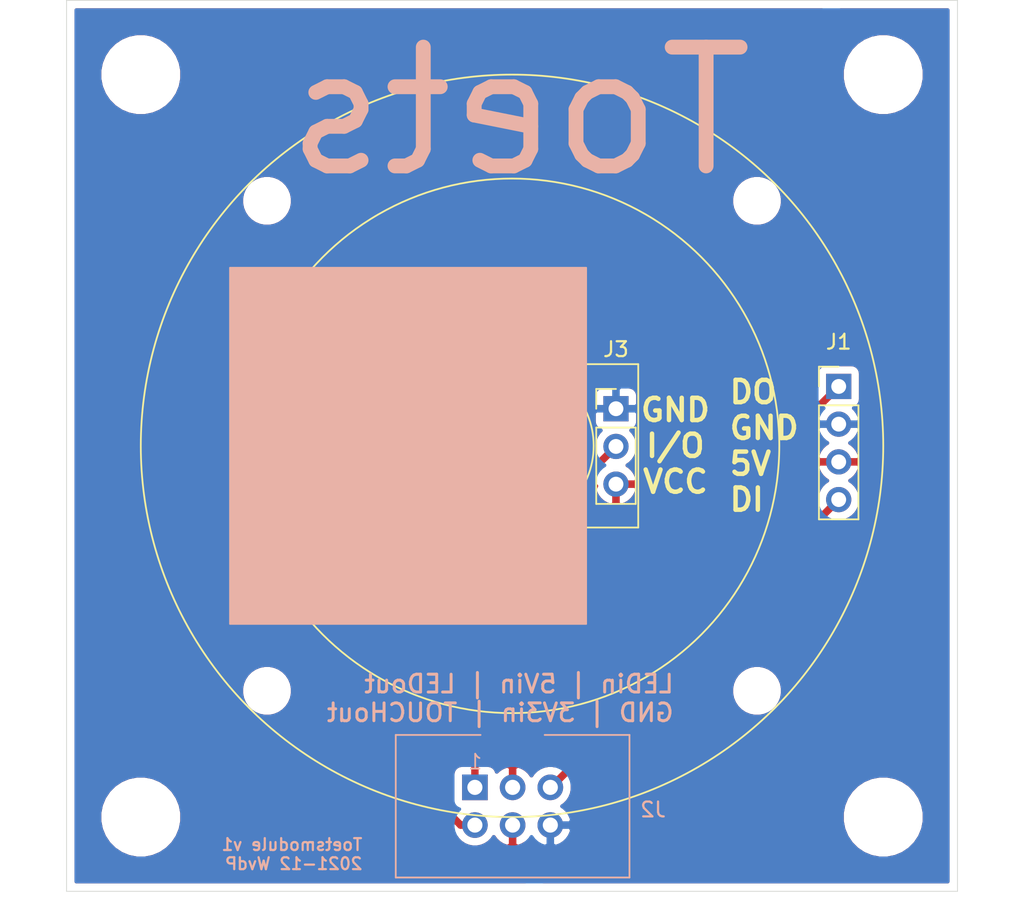
<source format=kicad_pcb>
(kicad_pcb (version 20171130) (host pcbnew "(5.1.10)-1")

  (general
    (thickness 1.6)
    (drawings 18)
    (tracks 8)
    (zones 0)
    (modules 11)
    (nets 7)
  )

  (page A4)
  (layers
    (0 F.Cu signal)
    (31 B.Cu signal)
    (32 B.Adhes user)
    (33 F.Adhes user)
    (34 B.Paste user)
    (35 F.Paste user)
    (36 B.SilkS user)
    (37 F.SilkS user)
    (38 B.Mask user)
    (39 F.Mask user)
    (40 Dwgs.User user)
    (41 Cmts.User user)
    (42 Eco1.User user)
    (43 Eco2.User user)
    (44 Edge.Cuts user)
    (45 Margin user)
    (46 B.CrtYd user)
    (47 F.CrtYd user)
    (48 B.Fab user)
    (49 F.Fab user)
  )

  (setup
    (last_trace_width 0.25)
    (user_trace_width 0.5)
    (user_trace_width 1)
    (user_trace_width 2)
    (trace_clearance 0.2)
    (zone_clearance 0.508)
    (zone_45_only yes)
    (trace_min 0.2)
    (via_size 0.8)
    (via_drill 0.4)
    (via_min_size 0.4)
    (via_min_drill 0.3)
    (uvia_size 0.3)
    (uvia_drill 0.1)
    (uvias_allowed no)
    (uvia_min_size 0.2)
    (uvia_min_drill 0.1)
    (edge_width 0.05)
    (segment_width 0.2)
    (pcb_text_width 0.3)
    (pcb_text_size 1.5 1.5)
    (mod_edge_width 0.12)
    (mod_text_size 1 1)
    (mod_text_width 0.15)
    (pad_size 1.524 1.524)
    (pad_drill 0.762)
    (pad_to_mask_clearance 0)
    (aux_axis_origin 0 0)
    (visible_elements 7FFFFFFF)
    (pcbplotparams
      (layerselection 0x010fc_ffffffff)
      (usegerberextensions true)
      (usegerberattributes false)
      (usegerberadvancedattributes false)
      (creategerberjobfile false)
      (excludeedgelayer true)
      (linewidth 0.100000)
      (plotframeref false)
      (viasonmask false)
      (mode 1)
      (useauxorigin false)
      (hpglpennumber 1)
      (hpglpenspeed 20)
      (hpglpendiameter 15.000000)
      (psnegative false)
      (psa4output false)
      (plotreference true)
      (plotvalue false)
      (plotinvisibletext false)
      (padsonsilk false)
      (subtractmaskfromsilk true)
      (outputformat 1)
      (mirror false)
      (drillshape 0)
      (scaleselection 1)
      (outputdirectory "toetsmodule_gerbers_v1"))
  )

  (net 0 "")
  (net 1 GND)
  (net 2 +5V)
  (net 3 /Touch_output)
  (net 4 /LED_in)
  (net 5 /LED_out)
  (net 6 +3V3)

  (net_class Default "This is the default net class."
    (clearance 0.2)
    (trace_width 0.25)
    (via_dia 0.8)
    (via_drill 0.4)
    (uvia_dia 0.3)
    (uvia_drill 0.1)
    (add_net +3V3)
    (add_net +5V)
    (add_net /LED_in)
    (add_net /LED_out)
    (add_net /Touch_output)
    (add_net GND)
  )

  (net_class Big ""
    (clearance 0.2)
    (trace_width 1)
    (via_dia 0.8)
    (via_drill 0.4)
    (uvia_dia 0.3)
    (uvia_drill 0.1)
  )

  (module Toetsmodule:IDC_Header_Straight_6pins (layer B.Cu) (tedit 61BF464A) (tstamp 61BF5F9C)
    (at 122.5 138)
    (descr "6 pins through hole IDC header")
    (tags "IDC header socket VASCH AVR ISP")
    (path /619DA070)
    (fp_text reference J2 (at 12 1.5) (layer B.SilkS)
      (effects (font (size 1 1) (thickness 0.15)) (justify mirror))
    )
    (fp_text value Conn_01x06_Male (at 3 -5) (layer B.Fab)
      (effects (font (size 1 1) (thickness 0.15)) (justify mirror))
    )
    (fp_line (start 10.41 -3.53) (end 4.699 -3.53) (layer B.SilkS) (width 0.12))
    (fp_line (start -5.08 5.82) (end 10.16 5.82) (layer B.Fab) (width 0.1))
    (fp_line (start -4.54 5.27) (end 9.6 5.27) (layer B.Fab) (width 0.1))
    (fp_line (start -5.08 -3.28) (end 10.16 -3.28) (layer B.Fab) (width 0.1))
    (fp_line (start -4.54 -2.73) (end 0.29 -2.73) (layer B.Fab) (width 0.1))
    (fp_line (start 4.79 -2.73) (end 9.6 -2.73) (layer B.Fab) (width 0.1))
    (fp_line (start 0.29 -2.73) (end 0.29 -3.28) (layer B.Fab) (width 0.1))
    (fp_line (start 4.79 -2.73) (end 4.79 -3.28) (layer B.Fab) (width 0.1))
    (fp_line (start -5.08 5.82) (end -5.08 -3.28) (layer B.Fab) (width 0.1))
    (fp_line (start -4.54 5.27) (end -4.54 -2.73) (layer B.Fab) (width 0.1))
    (fp_line (start 10.16 5.82) (end 10.16 -3.28) (layer B.Fab) (width 0.1))
    (fp_line (start 9.6 5.27) (end 9.6 -2.73) (layer B.Fab) (width 0.1))
    (fp_line (start -5.08 5.82) (end -4.54 5.27) (layer B.Fab) (width 0.1))
    (fp_line (start 10.16 5.82) (end 9.6 5.27) (layer B.Fab) (width 0.1))
    (fp_line (start -5.08 -3.28) (end -4.54 -2.73) (layer B.Fab) (width 0.1))
    (fp_line (start 10.16 -3.28) (end 9.6 -2.73) (layer B.Fab) (width 0.1))
    (fp_line (start -5.58 6.32) (end 10.66 6.32) (layer B.CrtYd) (width 0.05))
    (fp_line (start 10.66 6.32) (end 10.66 -3.78) (layer B.CrtYd) (width 0.05))
    (fp_line (start 10.66 -3.78) (end -5.58 -3.78) (layer B.CrtYd) (width 0.05))
    (fp_line (start -5.58 -3.78) (end -5.58 6.32) (layer B.CrtYd) (width 0.05))
    (fp_line (start -5.33 6.07) (end 10.41 6.07) (layer B.SilkS) (width 0.12))
    (fp_line (start 10.41 6.07) (end 10.41 -3.53) (layer B.SilkS) (width 0.12))
    (fp_line (start 0.381 -3.53) (end -5.33 -3.53) (layer B.SilkS) (width 0.12))
    (fp_line (start -5.33 -3.53) (end -5.33 6.07) (layer B.SilkS) (width 0.12))
    (fp_text user 1 (at 0.02 -1.72) (layer B.SilkS)
      (effects (font (size 1 1) (thickness 0.12)) (justify mirror))
    )
    (pad 1 thru_hole rect (at 0 0) (size 1.7272 1.7272) (drill 1.016) (layers *.Cu *.Mask)
      (net 5 /LED_out))
    (pad 2 thru_hole oval (at 0 2.54) (size 1.7272 1.7272) (drill 1.016) (layers *.Cu *.Mask)
      (net 3 /Touch_output))
    (pad 3 thru_hole oval (at 2.54 0) (size 1.7272 1.7272) (drill 1.016) (layers *.Cu *.Mask)
      (net 2 +5V))
    (pad 4 thru_hole oval (at 2.54 2.54) (size 1.7272 1.7272) (drill 1.016) (layers *.Cu *.Mask)
      (net 6 +3V3))
    (pad 5 thru_hole oval (at 5.08 0) (size 1.7272 1.7272) (drill 1.016) (layers *.Cu *.Mask)
      (net 4 /LED_in))
    (pad 6 thru_hole oval (at 5.08 2.54) (size 1.7272 1.7272) (drill 1.016) (layers *.Cu *.Mask)
      (net 1 GND))
    (model ${KISYS3DMOD}/Connector_IDC.3dshapes/IDC-Header_2x03_P2.54mm_Vertical.step
      (at (xyz 0 0 0))
      (scale (xyz 1 1 1))
      (rotate (xyz 0 0 -90))
    )
  )

  (module Mounting_Holes:MountingHole_2.2mm_M2 locked (layer F.Cu) (tedit 56D1B4CB) (tstamp 61BF52E8)
    (at 141.5 131.5)
    (descr "Mounting Hole 2.2mm, no annular, M2")
    (tags "mounting hole 2.2mm no annular m2")
    (fp_text reference REF** (at 0 -3.2) (layer F.SilkS) hide
      (effects (font (size 1 1) (thickness 0.15)))
    )
    (fp_text value MountingHole_2.2mm_M2 (at 0 3.2) (layer F.Fab)
      (effects (font (size 1 1) (thickness 0.15)))
    )
    (fp_circle (center 0 0) (end 2.45 0) (layer F.CrtYd) (width 0.05))
    (fp_circle (center 0 0) (end 2.2 0) (layer Cmts.User) (width 0.15))
    (pad 1 np_thru_hole circle (at 0 0) (size 2.2 2.2) (drill 2.2) (layers *.Cu *.Mask))
  )

  (module Mounting_Holes:MountingHole_2.2mm_M2 locked (layer F.Cu) (tedit 56D1B4CB) (tstamp 61BF52B2)
    (at 108.5 131.5)
    (descr "Mounting Hole 2.2mm, no annular, M2")
    (tags "mounting hole 2.2mm no annular m2")
    (fp_text reference REF** (at 0 -3.2) (layer F.SilkS) hide
      (effects (font (size 1 1) (thickness 0.15)))
    )
    (fp_text value MountingHole_2.2mm_M2 (at 0 3.2) (layer F.Fab)
      (effects (font (size 1 1) (thickness 0.15)))
    )
    (fp_circle (center 0 0) (end 2.45 0) (layer F.CrtYd) (width 0.05))
    (fp_circle (center 0 0) (end 2.2 0) (layer Cmts.User) (width 0.15))
    (pad 1 np_thru_hole circle (at 0 0) (size 2.2 2.2) (drill 2.2) (layers *.Cu *.Mask))
  )

  (module Mounting_Holes:MountingHole_2.2mm_M2 locked (layer F.Cu) (tedit 56D1B4CB) (tstamp 61BF52C4)
    (at 141.5 98.5)
    (descr "Mounting Hole 2.2mm, no annular, M2")
    (tags "mounting hole 2.2mm no annular m2")
    (fp_text reference REF** (at 0 -3.2) (layer F.SilkS) hide
      (effects (font (size 1 1) (thickness 0.15)))
    )
    (fp_text value MountingHole_2.2mm_M2 (at 0 3.2) (layer F.Fab)
      (effects (font (size 1 1) (thickness 0.15)))
    )
    (fp_circle (center 0 0) (end 2.45 0) (layer F.CrtYd) (width 0.05))
    (fp_circle (center 0 0) (end 2.2 0) (layer Cmts.User) (width 0.15))
    (pad 1 np_thru_hole circle (at 0 0) (size 2.2 2.2) (drill 2.2) (layers *.Cu *.Mask))
  )

  (module Mounting_Holes:MountingHole_2.2mm_M2 locked (layer F.Cu) (tedit 56D1B4CB) (tstamp 61BF52D6)
    (at 108.5 98.5)
    (descr "Mounting Hole 2.2mm, no annular, M2")
    (tags "mounting hole 2.2mm no annular m2")
    (fp_text reference REF** (at 0 -3.2) (layer F.SilkS) hide
      (effects (font (size 1 1) (thickness 0.15)))
    )
    (fp_text value MountingHole_2.2mm_M2 (at 0 3.2) (layer F.Fab)
      (effects (font (size 1 1) (thickness 0.15)))
    )
    (fp_circle (center 0 0) (end 2.45 0) (layer F.CrtYd) (width 0.05))
    (fp_circle (center 0 0) (end 2.2 0) (layer Cmts.User) (width 0.15))
    (pad 1 np_thru_hole circle (at 0 0) (size 2.2 2.2) (drill 2.2) (layers *.Cu *.Mask))
  )

  (module Pin_Headers:Pin_Header_Straight_1x04_Pitch2.54mm (layer F.Cu) (tedit 59650532) (tstamp 61BE6B31)
    (at 147 111)
    (descr "Through hole straight pin header, 1x04, 2.54mm pitch, single row")
    (tags "Through hole pin header THT 1x04 2.54mm single row")
    (path /61BE7B1D)
    (fp_text reference J1 (at 0 -3) (layer F.SilkS)
      (effects (font (size 1 1) (thickness 0.15)))
    )
    (fp_text value Conn_01x04_Male (at 0 9.95) (layer F.Fab)
      (effects (font (size 1 1) (thickness 0.15)))
    )
    (fp_line (start -0.635 -1.27) (end 1.27 -1.27) (layer F.Fab) (width 0.1))
    (fp_line (start 1.27 -1.27) (end 1.27 8.89) (layer F.Fab) (width 0.1))
    (fp_line (start 1.27 8.89) (end -1.27 8.89) (layer F.Fab) (width 0.1))
    (fp_line (start -1.27 8.89) (end -1.27 -0.635) (layer F.Fab) (width 0.1))
    (fp_line (start -1.27 -0.635) (end -0.635 -1.27) (layer F.Fab) (width 0.1))
    (fp_line (start -1.33 8.95) (end 1.33 8.95) (layer F.SilkS) (width 0.12))
    (fp_line (start -1.33 1.27) (end -1.33 8.95) (layer F.SilkS) (width 0.12))
    (fp_line (start 1.33 1.27) (end 1.33 8.95) (layer F.SilkS) (width 0.12))
    (fp_line (start -1.33 1.27) (end 1.33 1.27) (layer F.SilkS) (width 0.12))
    (fp_line (start -1.33 0) (end -1.33 -1.33) (layer F.SilkS) (width 0.12))
    (fp_line (start -1.33 -1.33) (end 0 -1.33) (layer F.SilkS) (width 0.12))
    (fp_line (start -1.8 -1.8) (end -1.8 9.4) (layer F.CrtYd) (width 0.05))
    (fp_line (start -1.8 9.4) (end 1.8 9.4) (layer F.CrtYd) (width 0.05))
    (fp_line (start 1.8 9.4) (end 1.8 -1.8) (layer F.CrtYd) (width 0.05))
    (fp_line (start 1.8 -1.8) (end -1.8 -1.8) (layer F.CrtYd) (width 0.05))
    (fp_text user %R (at 0 3.81 90) (layer F.Fab)
      (effects (font (size 1 1) (thickness 0.15)))
    )
    (pad 4 thru_hole oval (at 0 7.62) (size 1.7 1.7) (drill 1) (layers *.Cu *.Mask)
      (net 4 /LED_in))
    (pad 3 thru_hole oval (at 0 5.08) (size 1.7 1.7) (drill 1) (layers *.Cu *.Mask)
      (net 2 +5V))
    (pad 2 thru_hole oval (at 0 2.54) (size 1.7 1.7) (drill 1) (layers *.Cu *.Mask)
      (net 1 GND))
    (pad 1 thru_hole rect (at 0 0) (size 1.7 1.7) (drill 1) (layers *.Cu *.Mask)
      (net 5 /LED_out))
    (model ${KISYS3DMOD}/Pin_Headers.3dshapes/Pin_Header_Straight_1x04_Pitch2.54mm.wrl
      (at (xyz 0 0 0))
      (scale (xyz 1 1 1))
      (rotate (xyz 0 0 0))
    )
  )

  (module Mounting_Holes:MountingHole_4.3mm_M4 locked (layer F.Cu) (tedit 56D1B4CB) (tstamp 61B90868)
    (at 150 140)
    (descr "Mounting Hole 4.3mm, no annular, M4")
    (tags "mounting hole 4.3mm no annular m4")
    (fp_text reference REF** (at 0 -5.3) (layer F.SilkS) hide
      (effects (font (size 1 1) (thickness 0.15)))
    )
    (fp_text value MountingHole_4.3mm_M4 (at 0 5.3) (layer F.Fab)
      (effects (font (size 1 1) (thickness 0.15)))
    )
    (fp_circle (center 0 0) (end 4.55 0) (layer F.CrtYd) (width 0.05))
    (fp_circle (center 0 0) (end 4.3 0) (layer Cmts.User) (width 0.15))
    (pad 1 np_thru_hole circle (at 0 0) (size 4.3 4.3) (drill 4.3) (layers *.Cu *.Mask))
  )

  (module Mounting_Holes:MountingHole_4.3mm_M4 locked (layer F.Cu) (tedit 56D1B4CB) (tstamp 61B90868)
    (at 100 140)
    (descr "Mounting Hole 4.3mm, no annular, M4")
    (tags "mounting hole 4.3mm no annular m4")
    (fp_text reference REF** (at 0 -5.3) (layer F.SilkS) hide
      (effects (font (size 1 1) (thickness 0.15)))
    )
    (fp_text value MountingHole_4.3mm_M4 (at 0 5.3) (layer F.Fab)
      (effects (font (size 1 1) (thickness 0.15)))
    )
    (fp_circle (center 0 0) (end 4.55 0) (layer F.CrtYd) (width 0.05))
    (fp_circle (center 0 0) (end 4.3 0) (layer Cmts.User) (width 0.15))
    (pad 1 np_thru_hole circle (at 0 0) (size 4.3 4.3) (drill 4.3) (layers *.Cu *.Mask))
  )

  (module Mounting_Holes:MountingHole_4.3mm_M4 locked (layer F.Cu) (tedit 56D1B4CB) (tstamp 61B90868)
    (at 100 90)
    (descr "Mounting Hole 4.3mm, no annular, M4")
    (tags "mounting hole 4.3mm no annular m4")
    (fp_text reference REF** (at 0 -5.3) (layer F.SilkS) hide
      (effects (font (size 1 1) (thickness 0.15)))
    )
    (fp_text value MountingHole_4.3mm_M4 (at 0 5.3) (layer F.Fab)
      (effects (font (size 1 1) (thickness 0.15)))
    )
    (fp_circle (center 0 0) (end 4.55 0) (layer F.CrtYd) (width 0.05))
    (fp_circle (center 0 0) (end 4.3 0) (layer Cmts.User) (width 0.15))
    (pad 1 np_thru_hole circle (at 0 0) (size 4.3 4.3) (drill 4.3) (layers *.Cu *.Mask))
  )

  (module Mounting_Holes:MountingHole_4.3mm_M4 locked (layer F.Cu) (tedit 56D1B4CB) (tstamp 61B907EC)
    (at 150 90)
    (descr "Mounting Hole 4.3mm, no annular, M4")
    (tags "mounting hole 4.3mm no annular m4")
    (fp_text reference REF** (at 0 -5.3) (layer F.SilkS) hide
      (effects (font (size 1 1) (thickness 0.15)))
    )
    (fp_text value MountingHole_4.3mm_M4 (at 0 5.3) (layer F.Fab)
      (effects (font (size 1 1) (thickness 0.15)))
    )
    (fp_circle (center 0 0) (end 4.55 0) (layer F.CrtYd) (width 0.05))
    (fp_circle (center 0 0) (end 4.3 0) (layer Cmts.User) (width 0.15))
    (pad 1 np_thru_hole circle (at 0 0) (size 4.3 4.3) (drill 4.3) (layers *.Cu *.Mask))
  )

  (module Pin_Headers:Pin_Header_Straight_1x03_Pitch2.54mm (layer F.Cu) (tedit 59650532) (tstamp 619D4E5B)
    (at 132 112.5)
    (descr "Through hole straight pin header, 1x03, 2.54mm pitch, single row")
    (tags "Through hole pin header THT 1x03 2.54mm single row")
    (path /619D4ACE)
    (fp_text reference J3 (at 0 -4) (layer F.SilkS)
      (effects (font (size 1 1) (thickness 0.15)))
    )
    (fp_text value "Touch module" (at 0 7.41) (layer F.Fab)
      (effects (font (size 1 1) (thickness 0.15)))
    )
    (fp_line (start 1.8 -1.8) (end -1.8 -1.8) (layer F.CrtYd) (width 0.05))
    (fp_line (start 1.8 6.85) (end 1.8 -1.8) (layer F.CrtYd) (width 0.05))
    (fp_line (start -1.8 6.85) (end 1.8 6.85) (layer F.CrtYd) (width 0.05))
    (fp_line (start -1.8 -1.8) (end -1.8 6.85) (layer F.CrtYd) (width 0.05))
    (fp_line (start -1.33 -1.33) (end 0 -1.33) (layer F.SilkS) (width 0.12))
    (fp_line (start -1.33 0) (end -1.33 -1.33) (layer F.SilkS) (width 0.12))
    (fp_line (start -1.33 1.27) (end 1.33 1.27) (layer F.SilkS) (width 0.12))
    (fp_line (start 1.33 1.27) (end 1.33 6.41) (layer F.SilkS) (width 0.12))
    (fp_line (start -1.33 1.27) (end -1.33 6.41) (layer F.SilkS) (width 0.12))
    (fp_line (start -1.33 6.41) (end 1.33 6.41) (layer F.SilkS) (width 0.12))
    (fp_line (start -1.27 -0.635) (end -0.635 -1.27) (layer F.Fab) (width 0.1))
    (fp_line (start -1.27 6.35) (end -1.27 -0.635) (layer F.Fab) (width 0.1))
    (fp_line (start 1.27 6.35) (end -1.27 6.35) (layer F.Fab) (width 0.1))
    (fp_line (start 1.27 -1.27) (end 1.27 6.35) (layer F.Fab) (width 0.1))
    (fp_line (start -0.635 -1.27) (end 1.27 -1.27) (layer F.Fab) (width 0.1))
    (fp_text user %R (at 0 2.54 90) (layer F.Fab)
      (effects (font (size 1 1) (thickness 0.15)))
    )
    (pad 3 thru_hole oval (at 0 5.08) (size 1.7 1.7) (drill 1) (layers *.Cu *.Mask)
      (net 6 +3V3))
    (pad 2 thru_hole oval (at 0 2.54) (size 1.7 1.7) (drill 1) (layers *.Cu *.Mask)
      (net 3 /Touch_output))
    (pad 1 thru_hole rect (at 0 0) (size 1.7 1.7) (drill 1) (layers *.Cu *.Mask)
      (net 1 GND))
    (model ${KISYS3DMOD}/Pin_Headers.3dshapes/Pin_Header_Straight_1x03_Pitch2.54mm.wrl
      (at (xyz 0 0 0))
      (scale (xyz 1 1 1))
      (rotate (xyz 0 0 0))
    )
  )

  (gr_text Toets (at 125.5 92.5) (layer B.SilkS) (tstamp 61B8EEAE)
    (effects (font (size 8 8) (thickness 1)) (justify mirror))
  )
  (gr_circle (center 125 115) (end 125 90) (layer F.SilkS) (width 0.12))
  (gr_text "Toetsmodule v1\n2021-12 WvdP" (at 115 142.5) (layer B.SilkS)
    (effects (font (size 0.8 0.8) (thickness 0.15)) (justify left mirror))
  )
  (gr_poly (pts (xy 130 127) (xy 106 127) (xy 106 103) (xy 130 103)) (layer B.SilkS) (width 0.1))
  (gr_text "DO\nGND\n5V\nDI" (at 139.5 115) (layer F.SilkS) (tstamp 61A53877)
    (effects (font (size 1.5 1.5) (thickness 0.3)) (justify left))
  )
  (gr_text "LEDin | 5Vin | LEDout\nGND | 3V3in | TOUCHout" (at 136 132) (layer B.SilkS)
    (effects (font (size 1.2 1.2) (thickness 0.2)) (justify left mirror))
  )
  (gr_text "GND\nI/O\nVCC" (at 136 115) (layer F.SilkS)
    (effects (font (size 1.5 1.5) (thickness 0.3)))
  )
  (gr_text TOUCH (at 125 115 270) (layer F.SilkS)
    (effects (font (size 1.5 1.5) (thickness 0.3)))
  )
  (gr_circle (center 125 115) (end 125 97) (layer F.SilkS) (width 0.12))
  (gr_circle (center 125 115) (end 125 109.5) (layer F.SilkS) (width 0.12) (tstamp 619D53DA))
  (gr_line (start 133.5 120.5) (end 119.5 120.5) (layer F.SilkS) (width 0.12) (tstamp 619D53D7))
  (gr_line (start 133.5 109.5) (end 133.5 120.5) (layer F.SilkS) (width 0.12) (tstamp 619D53DD))
  (gr_line (start 119.5 109.5) (end 133.5 109.5) (layer F.SilkS) (width 0.12) (tstamp 619D53D1))
  (gr_line (start 119.5 120.5) (end 119.5 109.5) (layer F.SilkS) (width 0.12) (tstamp 619D53CE))
  (gr_line (start 95 145) (end 95 85) (layer Edge.Cuts) (width 0.05) (tstamp 619D4D77))
  (gr_line (start 155 145) (end 95 145) (layer Edge.Cuts) (width 0.05))
  (gr_line (start 155 85) (end 155 145) (layer Edge.Cuts) (width 0.05))
  (gr_line (start 95 85) (end 155 85) (layer Edge.Cuts) (width 0.05))

  (segment (start 132 115.04) (end 120 127.04) (width 0.5) (layer F.Cu) (net 3))
  (segment (start 120 127.04) (end 120 139) (width 0.5) (layer F.Cu) (net 3))
  (segment (start 121.54 140.54) (end 122.5 140.54) (width 0.5) (layer F.Cu) (net 3))
  (segment (start 120 139) (end 121.54 140.54) (width 0.5) (layer F.Cu) (net 3))
  (segment (start 127.62 138) (end 127.58 138) (width 0.5) (layer F.Cu) (net 4))
  (segment (start 147 118.62) (end 127.62 138) (width 0.5) (layer F.Cu) (net 4))
  (segment (start 122.5 135.5) (end 122.5 138) (width 0.5) (layer F.Cu) (net 5))
  (segment (start 147 111) (end 122.5 135.5) (width 0.5) (layer F.Cu) (net 5))

  (zone (net 1) (net_name GND) (layer B.Cu) (tstamp 61BF79E0) (hatch edge 0.508)
    (connect_pads (clearance 0.508))
    (min_thickness 0.254)
    (fill yes (arc_segments 32) (thermal_gap 0.508) (thermal_bridge_width 0.508))
    (polygon
      (pts
        (xy 155 145) (xy 95 145) (xy 95 85) (xy 155 85)
      )
    )
    (filled_polygon
      (pts
        (xy 154.340001 144.34) (xy 95.66 144.34) (xy 95.66 139.725701) (xy 97.215 139.725701) (xy 97.215 140.274299)
        (xy 97.322026 140.812354) (xy 97.531965 141.319192) (xy 97.83675 141.775334) (xy 98.224666 142.16325) (xy 98.680808 142.468035)
        (xy 99.187646 142.677974) (xy 99.725701 142.785) (xy 100.274299 142.785) (xy 100.812354 142.677974) (xy 101.319192 142.468035)
        (xy 101.775334 142.16325) (xy 102.16325 141.775334) (xy 102.468035 141.319192) (xy 102.677974 140.812354) (xy 102.785 140.274299)
        (xy 102.785 139.725701) (xy 102.677974 139.187646) (xy 102.468035 138.680808) (xy 102.16325 138.224666) (xy 101.775334 137.83675)
        (xy 101.319192 137.531965) (xy 100.812354 137.322026) (xy 100.274299 137.215) (xy 99.725701 137.215) (xy 99.187646 137.322026)
        (xy 98.680808 137.531965) (xy 98.224666 137.83675) (xy 97.83675 138.224666) (xy 97.531965 138.680808) (xy 97.322026 139.187646)
        (xy 97.215 139.725701) (xy 95.66 139.725701) (xy 95.66 137.1364) (xy 120.998328 137.1364) (xy 120.998328 138.8636)
        (xy 121.010588 138.988082) (xy 121.046898 139.10778) (xy 121.105863 139.218094) (xy 121.185215 139.314785) (xy 121.281906 139.394137)
        (xy 121.39222 139.453102) (xy 121.450023 139.470636) (xy 121.335961 139.584698) (xy 121.171958 139.830147) (xy 121.05899 140.102875)
        (xy 121.0014 140.392401) (xy 121.0014 140.687599) (xy 121.05899 140.977125) (xy 121.171958 141.249853) (xy 121.335961 141.495302)
        (xy 121.544698 141.704039) (xy 121.790147 141.868042) (xy 122.062875 141.98101) (xy 122.352401 142.0386) (xy 122.647599 142.0386)
        (xy 122.937125 141.98101) (xy 123.209853 141.868042) (xy 123.455302 141.704039) (xy 123.664039 141.495302) (xy 123.77 141.336719)
        (xy 123.875961 141.495302) (xy 124.084698 141.704039) (xy 124.330147 141.868042) (xy 124.602875 141.98101) (xy 124.892401 142.0386)
        (xy 125.187599 142.0386) (xy 125.477125 141.98101) (xy 125.749853 141.868042) (xy 125.995302 141.704039) (xy 126.204039 141.495302)
        (xy 126.311692 141.334187) (xy 126.473146 141.550293) (xy 126.691512 141.746817) (xy 126.944022 141.896964) (xy 127.220973 141.994963)
        (xy 127.453 141.874464) (xy 127.453 140.667) (xy 127.707 140.667) (xy 127.707 141.874464) (xy 127.939027 141.994963)
        (xy 128.215978 141.896964) (xy 128.468488 141.746817) (xy 128.686854 141.550293) (xy 128.862684 141.314944) (xy 128.989222 141.049814)
        (xy 129.034958 140.899026) (xy 128.913817 140.667) (xy 127.707 140.667) (xy 127.453 140.667) (xy 127.433 140.667)
        (xy 127.433 140.413) (xy 127.453 140.413) (xy 127.453 140.393) (xy 127.707 140.393) (xy 127.707 140.413)
        (xy 128.913817 140.413) (xy 129.034958 140.180974) (xy 128.989222 140.030186) (xy 128.862684 139.765056) (xy 128.833282 139.725701)
        (xy 147.215 139.725701) (xy 147.215 140.274299) (xy 147.322026 140.812354) (xy 147.531965 141.319192) (xy 147.83675 141.775334)
        (xy 148.224666 142.16325) (xy 148.680808 142.468035) (xy 149.187646 142.677974) (xy 149.725701 142.785) (xy 150.274299 142.785)
        (xy 150.812354 142.677974) (xy 151.319192 142.468035) (xy 151.775334 142.16325) (xy 152.16325 141.775334) (xy 152.468035 141.319192)
        (xy 152.677974 140.812354) (xy 152.785 140.274299) (xy 152.785 139.725701) (xy 152.677974 139.187646) (xy 152.468035 138.680808)
        (xy 152.16325 138.224666) (xy 151.775334 137.83675) (xy 151.319192 137.531965) (xy 150.812354 137.322026) (xy 150.274299 137.215)
        (xy 149.725701 137.215) (xy 149.187646 137.322026) (xy 148.680808 137.531965) (xy 148.224666 137.83675) (xy 147.83675 138.224666)
        (xy 147.531965 138.680808) (xy 147.322026 139.187646) (xy 147.215 139.725701) (xy 128.833282 139.725701) (xy 128.686854 139.529707)
        (xy 128.468488 139.333183) (xy 128.369897 139.274559) (xy 128.535302 139.164039) (xy 128.744039 138.955302) (xy 128.908042 138.709853)
        (xy 129.02101 138.437125) (xy 129.0786 138.147599) (xy 129.0786 137.852401) (xy 129.02101 137.562875) (xy 128.908042 137.290147)
        (xy 128.744039 137.044698) (xy 128.535302 136.835961) (xy 128.289853 136.671958) (xy 128.017125 136.55899) (xy 127.727599 136.5014)
        (xy 127.432401 136.5014) (xy 127.142875 136.55899) (xy 126.870147 136.671958) (xy 126.624698 136.835961) (xy 126.415961 137.044698)
        (xy 126.31 137.203281) (xy 126.204039 137.044698) (xy 125.995302 136.835961) (xy 125.749853 136.671958) (xy 125.477125 136.55899)
        (xy 125.187599 136.5014) (xy 124.892401 136.5014) (xy 124.602875 136.55899) (xy 124.330147 136.671958) (xy 124.084698 136.835961)
        (xy 123.970636 136.950023) (xy 123.953102 136.89222) (xy 123.894137 136.781906) (xy 123.814785 136.685215) (xy 123.718094 136.605863)
        (xy 123.60778 136.546898) (xy 123.488082 136.510588) (xy 123.3636 136.498328) (xy 121.6364 136.498328) (xy 121.511918 136.510588)
        (xy 121.39222 136.546898) (xy 121.281906 136.605863) (xy 121.185215 136.685215) (xy 121.105863 136.781906) (xy 121.046898 136.89222)
        (xy 121.010588 137.011918) (xy 120.998328 137.1364) (xy 95.66 137.1364) (xy 95.66 131.329117) (xy 106.765 131.329117)
        (xy 106.765 131.670883) (xy 106.831675 132.006081) (xy 106.962463 132.321831) (xy 107.152337 132.605998) (xy 107.394002 132.847663)
        (xy 107.678169 133.037537) (xy 107.993919 133.168325) (xy 108.329117 133.235) (xy 108.670883 133.235) (xy 109.006081 133.168325)
        (xy 109.321831 133.037537) (xy 109.605998 132.847663) (xy 109.847663 132.605998) (xy 110.037537 132.321831) (xy 110.168325 132.006081)
        (xy 110.235 131.670883) (xy 110.235 131.329117) (xy 139.765 131.329117) (xy 139.765 131.670883) (xy 139.831675 132.006081)
        (xy 139.962463 132.321831) (xy 140.152337 132.605998) (xy 140.394002 132.847663) (xy 140.678169 133.037537) (xy 140.993919 133.168325)
        (xy 141.329117 133.235) (xy 141.670883 133.235) (xy 142.006081 133.168325) (xy 142.321831 133.037537) (xy 142.605998 132.847663)
        (xy 142.847663 132.605998) (xy 143.037537 132.321831) (xy 143.168325 132.006081) (xy 143.235 131.670883) (xy 143.235 131.329117)
        (xy 143.168325 130.993919) (xy 143.037537 130.678169) (xy 142.847663 130.394002) (xy 142.605998 130.152337) (xy 142.321831 129.962463)
        (xy 142.006081 129.831675) (xy 141.670883 129.765) (xy 141.329117 129.765) (xy 140.993919 129.831675) (xy 140.678169 129.962463)
        (xy 140.394002 130.152337) (xy 140.152337 130.394002) (xy 139.962463 130.678169) (xy 139.831675 130.993919) (xy 139.765 131.329117)
        (xy 110.235 131.329117) (xy 110.168325 130.993919) (xy 110.037537 130.678169) (xy 109.847663 130.394002) (xy 109.605998 130.152337)
        (xy 109.321831 129.962463) (xy 109.006081 129.831675) (xy 108.670883 129.765) (xy 108.329117 129.765) (xy 107.993919 129.831675)
        (xy 107.678169 129.962463) (xy 107.394002 130.152337) (xy 107.152337 130.394002) (xy 106.962463 130.678169) (xy 106.831675 130.993919)
        (xy 106.765 131.329117) (xy 95.66 131.329117) (xy 95.66 113.35) (xy 130.511928 113.35) (xy 130.524188 113.474482)
        (xy 130.560498 113.59418) (xy 130.619463 113.704494) (xy 130.698815 113.801185) (xy 130.795506 113.880537) (xy 130.90582 113.939502)
        (xy 130.97838 113.961513) (xy 130.846525 114.093368) (xy 130.68401 114.336589) (xy 130.572068 114.606842) (xy 130.515 114.89374)
        (xy 130.515 115.18626) (xy 130.572068 115.473158) (xy 130.68401 115.743411) (xy 130.846525 115.986632) (xy 131.053368 116.193475)
        (xy 131.22776 116.31) (xy 131.053368 116.426525) (xy 130.846525 116.633368) (xy 130.68401 116.876589) (xy 130.572068 117.146842)
        (xy 130.515 117.43374) (xy 130.515 117.72626) (xy 130.572068 118.013158) (xy 130.68401 118.283411) (xy 130.846525 118.526632)
        (xy 131.053368 118.733475) (xy 131.296589 118.89599) (xy 131.566842 119.007932) (xy 131.85374 119.065) (xy 132.14626 119.065)
        (xy 132.433158 119.007932) (xy 132.703411 118.89599) (xy 132.946632 118.733475) (xy 133.153475 118.526632) (xy 133.31599 118.283411)
        (xy 133.427932 118.013158) (xy 133.485 117.72626) (xy 133.485 117.43374) (xy 133.427932 117.146842) (xy 133.31599 116.876589)
        (xy 133.153475 116.633368) (xy 132.946632 116.426525) (xy 132.77224 116.31) (xy 132.946632 116.193475) (xy 133.153475 115.986632)
        (xy 133.188816 115.93374) (xy 145.515 115.93374) (xy 145.515 116.22626) (xy 145.572068 116.513158) (xy 145.68401 116.783411)
        (xy 145.846525 117.026632) (xy 146.053368 117.233475) (xy 146.22776 117.35) (xy 146.053368 117.466525) (xy 145.846525 117.673368)
        (xy 145.68401 117.916589) (xy 145.572068 118.186842) (xy 145.515 118.47374) (xy 145.515 118.76626) (xy 145.572068 119.053158)
        (xy 145.68401 119.323411) (xy 145.846525 119.566632) (xy 146.053368 119.773475) (xy 146.296589 119.93599) (xy 146.566842 120.047932)
        (xy 146.85374 120.105) (xy 147.14626 120.105) (xy 147.433158 120.047932) (xy 147.703411 119.93599) (xy 147.946632 119.773475)
        (xy 148.153475 119.566632) (xy 148.31599 119.323411) (xy 148.427932 119.053158) (xy 148.485 118.76626) (xy 148.485 118.47374)
        (xy 148.427932 118.186842) (xy 148.31599 117.916589) (xy 148.153475 117.673368) (xy 147.946632 117.466525) (xy 147.77224 117.35)
        (xy 147.946632 117.233475) (xy 148.153475 117.026632) (xy 148.31599 116.783411) (xy 148.427932 116.513158) (xy 148.485 116.22626)
        (xy 148.485 115.93374) (xy 148.427932 115.646842) (xy 148.31599 115.376589) (xy 148.153475 115.133368) (xy 147.946632 114.926525)
        (xy 147.764466 114.804805) (xy 147.881355 114.735178) (xy 148.097588 114.540269) (xy 148.271641 114.30692) (xy 148.396825 114.044099)
        (xy 148.441476 113.89689) (xy 148.320155 113.667) (xy 147.127 113.667) (xy 147.127 113.687) (xy 146.873 113.687)
        (xy 146.873 113.667) (xy 145.679845 113.667) (xy 145.558524 113.89689) (xy 145.603175 114.044099) (xy 145.728359 114.30692)
        (xy 145.902412 114.540269) (xy 146.118645 114.735178) (xy 146.235534 114.804805) (xy 146.053368 114.926525) (xy 145.846525 115.133368)
        (xy 145.68401 115.376589) (xy 145.572068 115.646842) (xy 145.515 115.93374) (xy 133.188816 115.93374) (xy 133.31599 115.743411)
        (xy 133.427932 115.473158) (xy 133.485 115.18626) (xy 133.485 114.89374) (xy 133.427932 114.606842) (xy 133.31599 114.336589)
        (xy 133.153475 114.093368) (xy 133.02162 113.961513) (xy 133.09418 113.939502) (xy 133.204494 113.880537) (xy 133.301185 113.801185)
        (xy 133.380537 113.704494) (xy 133.439502 113.59418) (xy 133.475812 113.474482) (xy 133.488072 113.35) (xy 133.485 112.78575)
        (xy 133.32625 112.627) (xy 132.127 112.627) (xy 132.127 112.647) (xy 131.873 112.647) (xy 131.873 112.627)
        (xy 130.67375 112.627) (xy 130.515 112.78575) (xy 130.511928 113.35) (xy 95.66 113.35) (xy 95.66 111.65)
        (xy 130.511928 111.65) (xy 130.515 112.21425) (xy 130.67375 112.373) (xy 131.873 112.373) (xy 131.873 111.17375)
        (xy 132.127 111.17375) (xy 132.127 112.373) (xy 133.32625 112.373) (xy 133.485 112.21425) (xy 133.488072 111.65)
        (xy 133.475812 111.525518) (xy 133.439502 111.40582) (xy 133.380537 111.295506) (xy 133.301185 111.198815) (xy 133.204494 111.119463)
        (xy 133.09418 111.060498) (xy 132.974482 111.024188) (xy 132.85 111.011928) (xy 132.28575 111.015) (xy 132.127 111.17375)
        (xy 131.873 111.17375) (xy 131.71425 111.015) (xy 131.15 111.011928) (xy 131.025518 111.024188) (xy 130.90582 111.060498)
        (xy 130.795506 111.119463) (xy 130.698815 111.198815) (xy 130.619463 111.295506) (xy 130.560498 111.40582) (xy 130.524188 111.525518)
        (xy 130.511928 111.65) (xy 95.66 111.65) (xy 95.66 110.15) (xy 145.511928 110.15) (xy 145.511928 111.85)
        (xy 145.524188 111.974482) (xy 145.560498 112.09418) (xy 145.619463 112.204494) (xy 145.698815 112.301185) (xy 145.795506 112.380537)
        (xy 145.90582 112.439502) (xy 145.986466 112.463966) (xy 145.902412 112.539731) (xy 145.728359 112.77308) (xy 145.603175 113.035901)
        (xy 145.558524 113.18311) (xy 145.679845 113.413) (xy 146.873 113.413) (xy 146.873 113.393) (xy 147.127 113.393)
        (xy 147.127 113.413) (xy 148.320155 113.413) (xy 148.441476 113.18311) (xy 148.396825 113.035901) (xy 148.271641 112.77308)
        (xy 148.097588 112.539731) (xy 148.013534 112.463966) (xy 148.09418 112.439502) (xy 148.204494 112.380537) (xy 148.301185 112.301185)
        (xy 148.380537 112.204494) (xy 148.439502 112.09418) (xy 148.475812 111.974482) (xy 148.488072 111.85) (xy 148.488072 110.15)
        (xy 148.475812 110.025518) (xy 148.439502 109.90582) (xy 148.380537 109.795506) (xy 148.301185 109.698815) (xy 148.204494 109.619463)
        (xy 148.09418 109.560498) (xy 147.974482 109.524188) (xy 147.85 109.511928) (xy 146.15 109.511928) (xy 146.025518 109.524188)
        (xy 145.90582 109.560498) (xy 145.795506 109.619463) (xy 145.698815 109.698815) (xy 145.619463 109.795506) (xy 145.560498 109.90582)
        (xy 145.524188 110.025518) (xy 145.511928 110.15) (xy 95.66 110.15) (xy 95.66 98.329117) (xy 106.765 98.329117)
        (xy 106.765 98.670883) (xy 106.831675 99.006081) (xy 106.962463 99.321831) (xy 107.152337 99.605998) (xy 107.394002 99.847663)
        (xy 107.678169 100.037537) (xy 107.993919 100.168325) (xy 108.329117 100.235) (xy 108.670883 100.235) (xy 109.006081 100.168325)
        (xy 109.321831 100.037537) (xy 109.605998 99.847663) (xy 109.847663 99.605998) (xy 110.037537 99.321831) (xy 110.168325 99.006081)
        (xy 110.235 98.670883) (xy 110.235 98.329117) (xy 139.765 98.329117) (xy 139.765 98.670883) (xy 139.831675 99.006081)
        (xy 139.962463 99.321831) (xy 140.152337 99.605998) (xy 140.394002 99.847663) (xy 140.678169 100.037537) (xy 140.993919 100.168325)
        (xy 141.329117 100.235) (xy 141.670883 100.235) (xy 142.006081 100.168325) (xy 142.321831 100.037537) (xy 142.605998 99.847663)
        (xy 142.847663 99.605998) (xy 143.037537 99.321831) (xy 143.168325 99.006081) (xy 143.235 98.670883) (xy 143.235 98.329117)
        (xy 143.168325 97.993919) (xy 143.037537 97.678169) (xy 142.847663 97.394002) (xy 142.605998 97.152337) (xy 142.321831 96.962463)
        (xy 142.006081 96.831675) (xy 141.670883 96.765) (xy 141.329117 96.765) (xy 140.993919 96.831675) (xy 140.678169 96.962463)
        (xy 140.394002 97.152337) (xy 140.152337 97.394002) (xy 139.962463 97.678169) (xy 139.831675 97.993919) (xy 139.765 98.329117)
        (xy 110.235 98.329117) (xy 110.168325 97.993919) (xy 110.037537 97.678169) (xy 109.847663 97.394002) (xy 109.605998 97.152337)
        (xy 109.321831 96.962463) (xy 109.006081 96.831675) (xy 108.670883 96.765) (xy 108.329117 96.765) (xy 107.993919 96.831675)
        (xy 107.678169 96.962463) (xy 107.394002 97.152337) (xy 107.152337 97.394002) (xy 106.962463 97.678169) (xy 106.831675 97.993919)
        (xy 106.765 98.329117) (xy 95.66 98.329117) (xy 95.66 89.725701) (xy 97.215 89.725701) (xy 97.215 90.274299)
        (xy 97.322026 90.812354) (xy 97.531965 91.319192) (xy 97.83675 91.775334) (xy 98.224666 92.16325) (xy 98.680808 92.468035)
        (xy 99.187646 92.677974) (xy 99.725701 92.785) (xy 100.274299 92.785) (xy 100.812354 92.677974) (xy 101.319192 92.468035)
        (xy 101.775334 92.16325) (xy 102.16325 91.775334) (xy 102.468035 91.319192) (xy 102.677974 90.812354) (xy 102.785 90.274299)
        (xy 102.785 89.725701) (xy 147.215 89.725701) (xy 147.215 90.274299) (xy 147.322026 90.812354) (xy 147.531965 91.319192)
        (xy 147.83675 91.775334) (xy 148.224666 92.16325) (xy 148.680808 92.468035) (xy 149.187646 92.677974) (xy 149.725701 92.785)
        (xy 150.274299 92.785) (xy 150.812354 92.677974) (xy 151.319192 92.468035) (xy 151.775334 92.16325) (xy 152.16325 91.775334)
        (xy 152.468035 91.319192) (xy 152.677974 90.812354) (xy 152.785 90.274299) (xy 152.785 89.725701) (xy 152.677974 89.187646)
        (xy 152.468035 88.680808) (xy 152.16325 88.224666) (xy 151.775334 87.83675) (xy 151.319192 87.531965) (xy 150.812354 87.322026)
        (xy 150.274299 87.215) (xy 149.725701 87.215) (xy 149.187646 87.322026) (xy 148.680808 87.531965) (xy 148.224666 87.83675)
        (xy 147.83675 88.224666) (xy 147.531965 88.680808) (xy 147.322026 89.187646) (xy 147.215 89.725701) (xy 102.785 89.725701)
        (xy 102.677974 89.187646) (xy 102.468035 88.680808) (xy 102.16325 88.224666) (xy 101.775334 87.83675) (xy 101.319192 87.531965)
        (xy 100.812354 87.322026) (xy 100.274299 87.215) (xy 99.725701 87.215) (xy 99.187646 87.322026) (xy 98.680808 87.531965)
        (xy 98.224666 87.83675) (xy 97.83675 88.224666) (xy 97.531965 88.680808) (xy 97.322026 89.187646) (xy 97.215 89.725701)
        (xy 95.66 89.725701) (xy 95.66 85.66) (xy 154.34 85.66)
      )
    )
  )
  (zone (net 6) (net_name +3V3) (layer F.Cu) (tstamp 61BF79DD) (hatch edge 0.508)
    (connect_pads (clearance 0.508))
    (min_thickness 0.254)
    (fill yes (arc_segments 32) (thermal_gap 0.508) (thermal_bridge_width 0.508))
    (polygon
      (pts
        (xy 146 111) (xy 122 135) (xy 122 140) (xy 126 140) (xy 126 145)
        (xy 95 145) (xy 95 85) (xy 146 85)
      )
    )
    (filled_polygon
      (pts
        (xy 145.873 109.578041) (xy 145.795506 109.619463) (xy 145.698815 109.698815) (xy 145.619463 109.795506) (xy 145.560498 109.90582)
        (xy 145.524188 110.025518) (xy 145.511928 110.15) (xy 145.511928 111.236493) (xy 121.904956 134.843466) (xy 121.871183 134.871183)
        (xy 121.760589 135.005942) (xy 121.678411 135.159688) (xy 121.627805 135.326511) (xy 121.615 135.456524) (xy 121.615 135.456531)
        (xy 121.610719 135.5) (xy 121.615 135.543469) (xy 121.615 136.500436) (xy 121.511918 136.510588) (xy 121.39222 136.546898)
        (xy 121.281906 136.605863) (xy 121.185215 136.685215) (xy 121.105863 136.781906) (xy 121.046898 136.89222) (xy 121.010588 137.011918)
        (xy 120.998328 137.1364) (xy 120.998328 138.74675) (xy 120.885 138.633422) (xy 120.885 127.406578) (xy 130.584577 117.707002)
        (xy 130.679844 117.707002) (xy 130.558524 117.93689) (xy 130.603175 118.084099) (xy 130.728359 118.34692) (xy 130.902412 118.580269)
        (xy 131.118645 118.775178) (xy 131.368748 118.924157) (xy 131.643109 119.021481) (xy 131.873 118.900814) (xy 131.873 117.707)
        (xy 132.127 117.707) (xy 132.127 118.900814) (xy 132.356891 119.021481) (xy 132.631252 118.924157) (xy 132.881355 118.775178)
        (xy 133.097588 118.580269) (xy 133.271641 118.34692) (xy 133.396825 118.084099) (xy 133.441476 117.93689) (xy 133.320155 117.707)
        (xy 132.127 117.707) (xy 131.873 117.707) (xy 131.853 117.707) (xy 131.853 117.453) (xy 131.873 117.453)
        (xy 131.873 117.433) (xy 132.127 117.433) (xy 132.127 117.453) (xy 133.320155 117.453) (xy 133.441476 117.22311)
        (xy 133.396825 117.075901) (xy 133.271641 116.81308) (xy 133.097588 116.579731) (xy 132.881355 116.384822) (xy 132.764466 116.315195)
        (xy 132.946632 116.193475) (xy 133.153475 115.986632) (xy 133.31599 115.743411) (xy 133.427932 115.473158) (xy 133.485 115.18626)
        (xy 133.485 114.89374) (xy 133.427932 114.606842) (xy 133.31599 114.336589) (xy 133.153475 114.093368) (xy 133.02162 113.961513)
        (xy 133.09418 113.939502) (xy 133.204494 113.880537) (xy 133.301185 113.801185) (xy 133.380537 113.704494) (xy 133.439502 113.59418)
        (xy 133.475812 113.474482) (xy 133.488072 113.35) (xy 133.488072 111.65) (xy 133.475812 111.525518) (xy 133.439502 111.40582)
        (xy 133.380537 111.295506) (xy 133.301185 111.198815) (xy 133.204494 111.119463) (xy 133.09418 111.060498) (xy 132.974482 111.024188)
        (xy 132.85 111.011928) (xy 131.15 111.011928) (xy 131.025518 111.024188) (xy 130.90582 111.060498) (xy 130.795506 111.119463)
        (xy 130.698815 111.198815) (xy 130.619463 111.295506) (xy 130.560498 111.40582) (xy 130.524188 111.525518) (xy 130.511928 111.65)
        (xy 130.511928 113.35) (xy 130.524188 113.474482) (xy 130.560498 113.59418) (xy 130.619463 113.704494) (xy 130.698815 113.801185)
        (xy 130.795506 113.880537) (xy 130.90582 113.939502) (xy 130.97838 113.961513) (xy 130.846525 114.093368) (xy 130.68401 114.336589)
        (xy 130.572068 114.606842) (xy 130.515 114.89374) (xy 130.515 115.18626) (xy 130.529461 115.25896) (xy 119.404956 126.383466)
        (xy 119.371183 126.411183) (xy 119.260589 126.545942) (xy 119.178411 126.699688) (xy 119.127805 126.866511) (xy 119.115 126.996524)
        (xy 119.115 126.996531) (xy 119.110719 127.04) (xy 119.115 127.083469) (xy 119.115001 138.956521) (xy 119.110719 139)
        (xy 119.127805 139.17349) (xy 119.178412 139.340313) (xy 119.26059 139.494059) (xy 119.343468 139.595046) (xy 119.343471 139.595049)
        (xy 119.371184 139.628817) (xy 119.404951 139.656529) (xy 120.88347 141.135049) (xy 120.911183 141.168817) (xy 120.944951 141.19653)
        (xy 120.944953 141.196532) (xy 121.009925 141.249853) (xy 121.045941 141.279411) (xy 121.199687 141.361589) (xy 121.258548 141.379445)
        (xy 121.335961 141.495302) (xy 121.544698 141.704039) (xy 121.790147 141.868042) (xy 122.062875 141.98101) (xy 122.352401 142.0386)
        (xy 122.647599 142.0386) (xy 122.937125 141.98101) (xy 123.209853 141.868042) (xy 123.455302 141.704039) (xy 123.664039 141.495302)
        (xy 123.771692 141.334187) (xy 123.933146 141.550293) (xy 124.151512 141.746817) (xy 124.404022 141.896964) (xy 124.680973 141.994963)
        (xy 124.913 141.874464) (xy 124.913 140.667) (xy 124.893 140.667) (xy 124.893 140.413) (xy 124.913 140.413)
        (xy 124.913 140.393) (xy 125.167 140.393) (xy 125.167 140.413) (xy 125.187 140.413) (xy 125.187 140.667)
        (xy 125.167 140.667) (xy 125.167 141.874464) (xy 125.399027 141.994963) (xy 125.675978 141.896964) (xy 125.873 141.779811)
        (xy 125.873 144.34) (xy 95.66 144.34) (xy 95.66 139.725701) (xy 97.215 139.725701) (xy 97.215 140.274299)
        (xy 97.322026 140.812354) (xy 97.531965 141.319192) (xy 97.83675 141.775334) (xy 98.224666 142.16325) (xy 98.680808 142.468035)
        (xy 99.187646 142.677974) (xy 99.725701 142.785) (xy 100.274299 142.785) (xy 100.812354 142.677974) (xy 101.319192 142.468035)
        (xy 101.775334 142.16325) (xy 102.16325 141.775334) (xy 102.468035 141.319192) (xy 102.677974 140.812354) (xy 102.785 140.274299)
        (xy 102.785 139.725701) (xy 102.677974 139.187646) (xy 102.468035 138.680808) (xy 102.16325 138.224666) (xy 101.775334 137.83675)
        (xy 101.319192 137.531965) (xy 100.812354 137.322026) (xy 100.274299 137.215) (xy 99.725701 137.215) (xy 99.187646 137.322026)
        (xy 98.680808 137.531965) (xy 98.224666 137.83675) (xy 97.83675 138.224666) (xy 97.531965 138.680808) (xy 97.322026 139.187646)
        (xy 97.215 139.725701) (xy 95.66 139.725701) (xy 95.66 131.329117) (xy 106.765 131.329117) (xy 106.765 131.670883)
        (xy 106.831675 132.006081) (xy 106.962463 132.321831) (xy 107.152337 132.605998) (xy 107.394002 132.847663) (xy 107.678169 133.037537)
        (xy 107.993919 133.168325) (xy 108.329117 133.235) (xy 108.670883 133.235) (xy 109.006081 133.168325) (xy 109.321831 133.037537)
        (xy 109.605998 132.847663) (xy 109.847663 132.605998) (xy 110.037537 132.321831) (xy 110.168325 132.006081) (xy 110.235 131.670883)
        (xy 110.235 131.329117) (xy 110.168325 130.993919) (xy 110.037537 130.678169) (xy 109.847663 130.394002) (xy 109.605998 130.152337)
        (xy 109.321831 129.962463) (xy 109.006081 129.831675) (xy 108.670883 129.765) (xy 108.329117 129.765) (xy 107.993919 129.831675)
        (xy 107.678169 129.962463) (xy 107.394002 130.152337) (xy 107.152337 130.394002) (xy 106.962463 130.678169) (xy 106.831675 130.993919)
        (xy 106.765 131.329117) (xy 95.66 131.329117) (xy 95.66 98.329117) (xy 106.765 98.329117) (xy 106.765 98.670883)
        (xy 106.831675 99.006081) (xy 106.962463 99.321831) (xy 107.152337 99.605998) (xy 107.394002 99.847663) (xy 107.678169 100.037537)
        (xy 107.993919 100.168325) (xy 108.329117 100.235) (xy 108.670883 100.235) (xy 109.006081 100.168325) (xy 109.321831 100.037537)
        (xy 109.605998 99.847663) (xy 109.847663 99.605998) (xy 110.037537 99.321831) (xy 110.168325 99.006081) (xy 110.235 98.670883)
        (xy 110.235 98.329117) (xy 139.765 98.329117) (xy 139.765 98.670883) (xy 139.831675 99.006081) (xy 139.962463 99.321831)
        (xy 140.152337 99.605998) (xy 140.394002 99.847663) (xy 140.678169 100.037537) (xy 140.993919 100.168325) (xy 141.329117 100.235)
        (xy 141.670883 100.235) (xy 142.006081 100.168325) (xy 142.321831 100.037537) (xy 142.605998 99.847663) (xy 142.847663 99.605998)
        (xy 143.037537 99.321831) (xy 143.168325 99.006081) (xy 143.235 98.670883) (xy 143.235 98.329117) (xy 143.168325 97.993919)
        (xy 143.037537 97.678169) (xy 142.847663 97.394002) (xy 142.605998 97.152337) (xy 142.321831 96.962463) (xy 142.006081 96.831675)
        (xy 141.670883 96.765) (xy 141.329117 96.765) (xy 140.993919 96.831675) (xy 140.678169 96.962463) (xy 140.394002 97.152337)
        (xy 140.152337 97.394002) (xy 139.962463 97.678169) (xy 139.831675 97.993919) (xy 139.765 98.329117) (xy 110.235 98.329117)
        (xy 110.168325 97.993919) (xy 110.037537 97.678169) (xy 109.847663 97.394002) (xy 109.605998 97.152337) (xy 109.321831 96.962463)
        (xy 109.006081 96.831675) (xy 108.670883 96.765) (xy 108.329117 96.765) (xy 107.993919 96.831675) (xy 107.678169 96.962463)
        (xy 107.394002 97.152337) (xy 107.152337 97.394002) (xy 106.962463 97.678169) (xy 106.831675 97.993919) (xy 106.765 98.329117)
        (xy 95.66 98.329117) (xy 95.66 89.725701) (xy 97.215 89.725701) (xy 97.215 90.274299) (xy 97.322026 90.812354)
        (xy 97.531965 91.319192) (xy 97.83675 91.775334) (xy 98.224666 92.16325) (xy 98.680808 92.468035) (xy 99.187646 92.677974)
        (xy 99.725701 92.785) (xy 100.274299 92.785) (xy 100.812354 92.677974) (xy 101.319192 92.468035) (xy 101.775334 92.16325)
        (xy 102.16325 91.775334) (xy 102.468035 91.319192) (xy 102.677974 90.812354) (xy 102.785 90.274299) (xy 102.785 89.725701)
        (xy 102.677974 89.187646) (xy 102.468035 88.680808) (xy 102.16325 88.224666) (xy 101.775334 87.83675) (xy 101.319192 87.531965)
        (xy 100.812354 87.322026) (xy 100.274299 87.215) (xy 99.725701 87.215) (xy 99.187646 87.322026) (xy 98.680808 87.531965)
        (xy 98.224666 87.83675) (xy 97.83675 88.224666) (xy 97.531965 88.680808) (xy 97.322026 89.187646) (xy 97.215 89.725701)
        (xy 95.66 89.725701) (xy 95.66 85.66) (xy 145.873 85.66)
      )
    )
  )
  (zone (net 2) (net_name +5V) (layer F.Cu) (tstamp 61BF79DA) (hatch edge 0.508)
    (connect_pads (clearance 0.508))
    (min_thickness 0.254)
    (fill yes (arc_segments 32) (thermal_gap 0.508) (thermal_bridge_width 0.508))
    (polygon
      (pts
        (xy 155 145.003907) (xy 127 145.003907) (xy 127 139.003907) (xy 123 139.003907) (xy 123 135.003907)
        (xy 147 111) (xy 147 85.003907) (xy 155 85.003907)
      )
    )
    (filled_polygon
      (pts
        (xy 154.340001 144.34) (xy 127.127 144.34) (xy 127.127 141.974434) (xy 127.142875 141.98101) (xy 127.432401 142.0386)
        (xy 127.727599 142.0386) (xy 128.017125 141.98101) (xy 128.289853 141.868042) (xy 128.535302 141.704039) (xy 128.744039 141.495302)
        (xy 128.908042 141.249853) (xy 129.02101 140.977125) (xy 129.0786 140.687599) (xy 129.0786 140.392401) (xy 129.02101 140.102875)
        (xy 128.908042 139.830147) (xy 128.838254 139.725701) (xy 147.215 139.725701) (xy 147.215 140.274299) (xy 147.322026 140.812354)
        (xy 147.531965 141.319192) (xy 147.83675 141.775334) (xy 148.224666 142.16325) (xy 148.680808 142.468035) (xy 149.187646 142.677974)
        (xy 149.725701 142.785) (xy 150.274299 142.785) (xy 150.812354 142.677974) (xy 151.319192 142.468035) (xy 151.775334 142.16325)
        (xy 152.16325 141.775334) (xy 152.468035 141.319192) (xy 152.677974 140.812354) (xy 152.785 140.274299) (xy 152.785 139.725701)
        (xy 152.677974 139.187646) (xy 152.468035 138.680808) (xy 152.16325 138.224666) (xy 151.775334 137.83675) (xy 151.319192 137.531965)
        (xy 150.812354 137.322026) (xy 150.274299 137.215) (xy 149.725701 137.215) (xy 149.187646 137.322026) (xy 148.680808 137.531965)
        (xy 148.224666 137.83675) (xy 147.83675 138.224666) (xy 147.531965 138.680808) (xy 147.322026 139.187646) (xy 147.215 139.725701)
        (xy 128.838254 139.725701) (xy 128.744039 139.584698) (xy 128.535302 139.375961) (xy 128.376719 139.27) (xy 128.535302 139.164039)
        (xy 128.744039 138.955302) (xy 128.908042 138.709853) (xy 129.02101 138.437125) (xy 129.0786 138.147599) (xy 129.0786 137.852401)
        (xy 129.068741 137.802837) (xy 135.542461 131.329117) (xy 139.765 131.329117) (xy 139.765 131.670883) (xy 139.831675 132.006081)
        (xy 139.962463 132.321831) (xy 140.152337 132.605998) (xy 140.394002 132.847663) (xy 140.678169 133.037537) (xy 140.993919 133.168325)
        (xy 141.329117 133.235) (xy 141.670883 133.235) (xy 142.006081 133.168325) (xy 142.321831 133.037537) (xy 142.605998 132.847663)
        (xy 142.847663 132.605998) (xy 143.037537 132.321831) (xy 143.168325 132.006081) (xy 143.235 131.670883) (xy 143.235 131.329117)
        (xy 143.168325 130.993919) (xy 143.037537 130.678169) (xy 142.847663 130.394002) (xy 142.605998 130.152337) (xy 142.321831 129.962463)
        (xy 142.006081 129.831675) (xy 141.670883 129.765) (xy 141.329117 129.765) (xy 140.993919 129.831675) (xy 140.678169 129.962463)
        (xy 140.394002 130.152337) (xy 140.152337 130.394002) (xy 139.962463 130.678169) (xy 139.831675 130.993919) (xy 139.765 131.329117)
        (xy 135.542461 131.329117) (xy 146.78104 120.090539) (xy 146.85374 120.105) (xy 147.14626 120.105) (xy 147.433158 120.047932)
        (xy 147.703411 119.93599) (xy 147.946632 119.773475) (xy 148.153475 119.566632) (xy 148.31599 119.323411) (xy 148.427932 119.053158)
        (xy 148.485 118.76626) (xy 148.485 118.47374) (xy 148.427932 118.186842) (xy 148.31599 117.916589) (xy 148.153475 117.673368)
        (xy 147.946632 117.466525) (xy 147.764466 117.344805) (xy 147.881355 117.275178) (xy 148.097588 117.080269) (xy 148.271641 116.84692)
        (xy 148.396825 116.584099) (xy 148.441476 116.43689) (xy 148.320155 116.207) (xy 147.127 116.207) (xy 147.127 116.227)
        (xy 146.873 116.227) (xy 146.873 116.207) (xy 145.679845 116.207) (xy 145.558524 116.43689) (xy 145.603175 116.584099)
        (xy 145.728359 116.84692) (xy 145.902412 117.080269) (xy 146.118645 117.275178) (xy 146.235534 117.344805) (xy 146.053368 117.466525)
        (xy 145.846525 117.673368) (xy 145.68401 117.916589) (xy 145.572068 118.186842) (xy 145.515 118.47374) (xy 145.515 118.76626)
        (xy 145.529461 118.83896) (xy 127.84389 136.524532) (xy 127.727599 136.5014) (xy 127.432401 136.5014) (xy 127.142875 136.55899)
        (xy 126.870147 136.671958) (xy 126.624698 136.835961) (xy 126.415961 137.044698) (xy 126.308308 137.205813) (xy 126.146854 136.989707)
        (xy 125.928488 136.793183) (xy 125.675978 136.643036) (xy 125.399027 136.545037) (xy 125.167 136.665536) (xy 125.167 137.873)
        (xy 125.187 137.873) (xy 125.187 138.127) (xy 125.167 138.127) (xy 125.167 138.147) (xy 124.913 138.147)
        (xy 124.913 138.127) (xy 124.893 138.127) (xy 124.893 137.873) (xy 124.913 137.873) (xy 124.913 136.665536)
        (xy 124.680973 136.545037) (xy 124.404022 136.643036) (xy 124.151512 136.793183) (xy 123.972053 136.954692) (xy 123.953102 136.89222)
        (xy 123.894137 136.781906) (xy 123.814785 136.685215) (xy 123.718094 136.605863) (xy 123.60778 136.546898) (xy 123.488082 136.510588)
        (xy 123.385 136.500436) (xy 123.385 135.866578) (xy 145.523348 113.72823) (xy 145.572068 113.973158) (xy 145.68401 114.243411)
        (xy 145.846525 114.486632) (xy 146.053368 114.693475) (xy 146.235534 114.815195) (xy 146.118645 114.884822) (xy 145.902412 115.079731)
        (xy 145.728359 115.31308) (xy 145.603175 115.575901) (xy 145.558524 115.72311) (xy 145.679845 115.953) (xy 146.873 115.953)
        (xy 146.873 115.933) (xy 147.127 115.933) (xy 147.127 115.953) (xy 148.320155 115.953) (xy 148.441476 115.72311)
        (xy 148.396825 115.575901) (xy 148.271641 115.31308) (xy 148.097588 115.079731) (xy 147.881355 114.884822) (xy 147.764466 114.815195)
        (xy 147.946632 114.693475) (xy 148.153475 114.486632) (xy 148.31599 114.243411) (xy 148.427932 113.973158) (xy 148.485 113.68626)
        (xy 148.485 113.39374) (xy 148.427932 113.106842) (xy 148.31599 112.836589) (xy 148.153475 112.593368) (xy 148.02162 112.461513)
        (xy 148.09418 112.439502) (xy 148.204494 112.380537) (xy 148.301185 112.301185) (xy 148.380537 112.204494) (xy 148.439502 112.09418)
        (xy 148.475812 111.974482) (xy 148.488072 111.85) (xy 148.488072 110.15) (xy 148.475812 110.025518) (xy 148.439502 109.90582)
        (xy 148.380537 109.795506) (xy 148.301185 109.698815) (xy 148.204494 109.619463) (xy 148.09418 109.560498) (xy 147.974482 109.524188)
        (xy 147.85 109.511928) (xy 147.127 109.511928) (xy 147.127 89.725701) (xy 147.215 89.725701) (xy 147.215 90.274299)
        (xy 147.322026 90.812354) (xy 147.531965 91.319192) (xy 147.83675 91.775334) (xy 148.224666 92.16325) (xy 148.680808 92.468035)
        (xy 149.187646 92.677974) (xy 149.725701 92.785) (xy 150.274299 92.785) (xy 150.812354 92.677974) (xy 151.319192 92.468035)
        (xy 151.775334 92.16325) (xy 152.16325 91.775334) (xy 152.468035 91.319192) (xy 152.677974 90.812354) (xy 152.785 90.274299)
        (xy 152.785 89.725701) (xy 152.677974 89.187646) (xy 152.468035 88.680808) (xy 152.16325 88.224666) (xy 151.775334 87.83675)
        (xy 151.319192 87.531965) (xy 150.812354 87.322026) (xy 150.274299 87.215) (xy 149.725701 87.215) (xy 149.187646 87.322026)
        (xy 148.680808 87.531965) (xy 148.224666 87.83675) (xy 147.83675 88.224666) (xy 147.531965 88.680808) (xy 147.322026 89.187646)
        (xy 147.215 89.725701) (xy 147.127 89.725701) (xy 147.127 85.66) (xy 154.34 85.66)
      )
    )
  )
)

</source>
